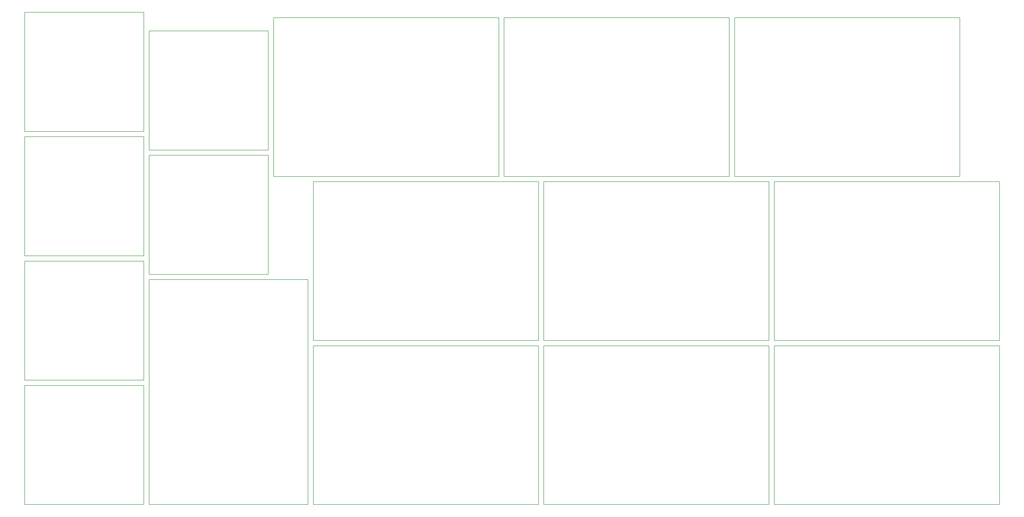
<source format=gbr>
G75*
G71*
%MOMM*%
%OFA0B0*%
%FSLAX53Y53*%
%IPPOS*%
%LPD*%
%ADD23C,0.14000*%
X0000000Y0000000D02*
G75*
G01*
%LPD*%
X0000000Y0045000D02*
D23*
X0045000Y0045000D01*
X0045000Y0000000D01*
X0000000Y0000000D01*
X0000000Y0045000D01*
X0047000Y0000000D02*
G75*
G01*
%LPD*%
X0047000Y0000000D02*
D23*
X0047000Y0085000D01*
X0107000Y0085000D01*
X0107000Y0000000D01*
X0047000Y0000000D01*
X0000000Y0047000D02*
G75*
G01*
%LPD*%
X0000000Y0047000D02*
D23*
X0000000Y0092000D01*
X0045000Y0092000D01*
X0045000Y0047000D01*
X0000000Y0047000D01*
X0109000Y0000000D02*
G75*
G01*
%LPD*%
X0109000Y0060000D02*
D23*
X0194000Y0060000D01*
X0194000Y0000000D01*
X0109000Y0000000D01*
X0109000Y0060000D01*
X0047000Y0087000D02*
G75*
G01*
%LPD*%
X0047000Y0087000D02*
D23*
X0047000Y0132000D01*
X0092000Y0132000D01*
X0092000Y0087000D01*
X0047000Y0087000D01*
X0109000Y0062000D02*
G75*
G01*
%LPD*%
X0109000Y0122000D02*
D23*
X0194000Y0122000D01*
X0194000Y0062000D01*
X0109000Y0062000D01*
X0109000Y0122000D01*
X0094000Y0124000D02*
G75*
G01*
%LPD*%
X0094000Y0184000D02*
D23*
X0179000Y0184000D01*
X0179000Y0124000D01*
X0094000Y0124000D01*
X0094000Y0184000D01*
X0047000Y0134000D02*
G75*
G01*
%LPD*%
X0047000Y0179000D02*
D23*
X0092000Y0179000D01*
X0092000Y0134000D01*
X0047000Y0134000D01*
X0047000Y0179000D01*
X0181000Y0124000D02*
G75*
G01*
%LPD*%
X0181000Y0184000D02*
D23*
X0266000Y0184000D01*
X0266000Y0124000D01*
X0181000Y0124000D01*
X0181000Y0184000D01*
X0000000Y0094000D02*
G75*
G01*
%LPD*%
X0000000Y0094000D02*
D23*
X0000000Y0139000D01*
X0045000Y0139000D01*
X0045000Y0094000D01*
X0000000Y0094000D01*
X0196000Y0000000D02*
G75*
G01*
%LPD*%
X0196000Y0060000D02*
D23*
X0281000Y0060000D01*
X0281000Y0000000D01*
X0196000Y0000000D01*
X0196000Y0060000D01*
X0196000Y0062000D02*
G75*
G01*
%LPD*%
X0196000Y0122000D02*
D23*
X0281000Y0122000D01*
X0281000Y0062000D01*
X0196000Y0062000D01*
X0196000Y0122000D01*
X0000000Y0141000D02*
G75*
G01*
%LPD*%
X0000000Y0141000D02*
D23*
X0000000Y0186000D01*
X0045000Y0186000D01*
X0045000Y0141000D01*
X0000000Y0141000D01*
X0268000Y0124000D02*
G75*
G01*
%LPD*%
X0268000Y0184000D02*
D23*
X0353000Y0184000D01*
X0353000Y0124000D01*
X0268000Y0124000D01*
X0268000Y0184000D01*
X0283000Y0000000D02*
G75*
G01*
%LPD*%
X0283000Y0060000D02*
D23*
X0368000Y0060000D01*
X0368000Y0000000D01*
X0283000Y0000000D01*
X0283000Y0060000D01*
X0283000Y0062000D02*
G75*
G01*
%LPD*%
X0283000Y0122000D02*
D23*
X0368000Y0122000D01*
X0368000Y0062000D01*
X0283000Y0062000D01*
X0283000Y0122000D01*
M02*

</source>
